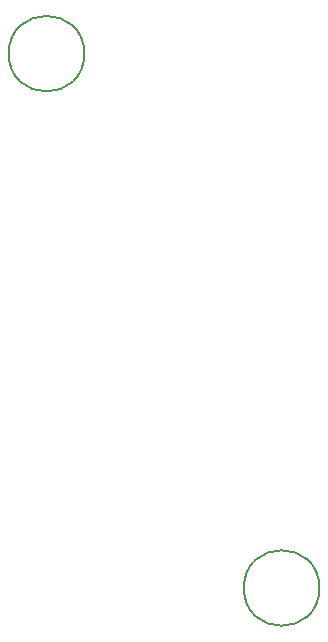
<source format=gbr>
%TF.GenerationSoftware,KiCad,Pcbnew,8.0.1*%
%TF.CreationDate,2024-06-30T14:52:12+09:00*%
%TF.ProjectId,main,6d61696e-2e6b-4696-9361-645f70636258,rev?*%
%TF.SameCoordinates,Original*%
%TF.FileFunction,Other,Comment*%
%FSLAX46Y46*%
G04 Gerber Fmt 4.6, Leading zero omitted, Abs format (unit mm)*
G04 Created by KiCad (PCBNEW 8.0.1) date 2024-06-30 14:52:12*
%MOMM*%
%LPD*%
G01*
G04 APERTURE LIST*
%ADD10C,0.150000*%
G04 APERTURE END LIST*
D10*
%TO.C,REF\u002A\u002A*%
X3200002Y-27000000D02*
G75*
G02*
X-3199998Y-27000000I-3200000J0D01*
G01*
X-3199998Y-27000000D02*
G75*
G02*
X3200002Y-27000000I3200000J0D01*
G01*
X-16706489Y18240934D02*
G75*
G02*
X-23106489Y18240934I-3200000J0D01*
G01*
X-23106489Y18240934D02*
G75*
G02*
X-16706489Y18240934I3200000J0D01*
G01*
%TD*%
M02*

</source>
